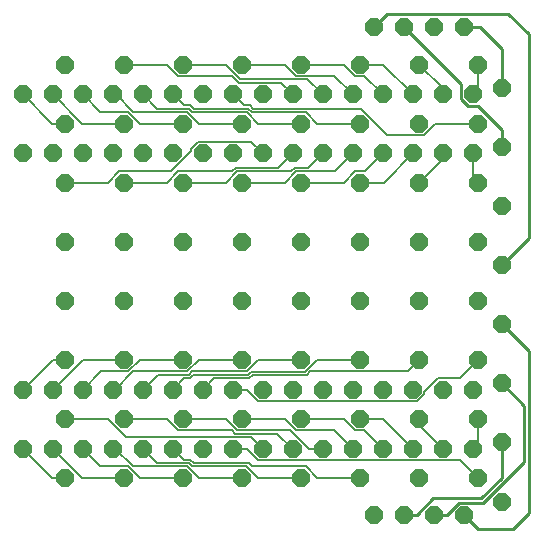
<source format=gbr>
G04 EAGLE Gerber RS-274X export*
G75*
%MOMM*%
%FSLAX34Y34*%
%LPD*%
%INTop Copper*%
%IPPOS*%
%AMOC8*
5,1,8,0,0,1.08239X$1,22.5*%
G01*
%ADD10P,1.649562X8X22.500000*%
%ADD11P,1.649562X8X202.500000*%
%ADD12C,0.152400*%
%ADD13C,0.254000*%


D10*
X50000Y50000D03*
X100000Y50000D03*
X150000Y50000D03*
X200000Y50000D03*
X250000Y50000D03*
X300000Y50000D03*
X350000Y50000D03*
X400000Y50000D03*
X50000Y100000D03*
X100000Y100000D03*
X150000Y100000D03*
X200000Y100000D03*
X250000Y100000D03*
X300000Y100000D03*
X350000Y100000D03*
X400000Y100000D03*
X50000Y150000D03*
X100000Y150000D03*
X150000Y150000D03*
X200000Y150000D03*
X250000Y150000D03*
X300000Y150000D03*
X350000Y150000D03*
X400000Y150000D03*
X50000Y200000D03*
X100000Y200000D03*
X150000Y200000D03*
X200000Y200000D03*
X250000Y200000D03*
X300000Y200000D03*
X350000Y200000D03*
X400000Y200000D03*
X50000Y250000D03*
X100000Y250000D03*
X150000Y250000D03*
X200000Y250000D03*
X250000Y250000D03*
X300000Y250000D03*
X350000Y250000D03*
X400000Y250000D03*
X50000Y300000D03*
X100000Y300000D03*
X150000Y300000D03*
X200000Y300000D03*
X250000Y300000D03*
X300000Y300000D03*
X350000Y300000D03*
X400000Y300000D03*
X50000Y350000D03*
X100000Y350000D03*
X150000Y350000D03*
X200000Y350000D03*
X250000Y350000D03*
X300000Y350000D03*
X350000Y350000D03*
X400000Y350000D03*
X50000Y400000D03*
X100000Y400000D03*
X150000Y400000D03*
X200000Y400000D03*
X250000Y400000D03*
X300000Y400000D03*
X350000Y400000D03*
X400000Y400000D03*
D11*
X420000Y30000D03*
X420000Y80000D03*
X420000Y130000D03*
X420000Y180000D03*
X420000Y230000D03*
X420000Y330000D03*
X420000Y280000D03*
X420000Y380000D03*
D10*
X14500Y74700D03*
X39900Y74700D03*
X65300Y74700D03*
X90700Y74700D03*
X116100Y74700D03*
X141500Y74700D03*
X166900Y74700D03*
X192300Y74700D03*
X217700Y74700D03*
X243100Y74700D03*
X268500Y74700D03*
X293900Y74700D03*
X319300Y74700D03*
X344700Y74700D03*
X370100Y74700D03*
X395500Y74700D03*
X14500Y124700D03*
X39900Y124700D03*
X65300Y124700D03*
X90700Y124700D03*
X116100Y124700D03*
X141500Y124700D03*
X166900Y124700D03*
X192300Y124700D03*
X217700Y124700D03*
X243100Y124700D03*
X268500Y124700D03*
X293900Y124700D03*
X319300Y124700D03*
X344700Y124700D03*
X370100Y124700D03*
X395500Y124700D03*
X14500Y324700D03*
X39900Y324700D03*
X65300Y324700D03*
X90700Y324700D03*
X116100Y324700D03*
X141500Y324700D03*
X166900Y324700D03*
X192300Y324700D03*
X217700Y324700D03*
X243100Y324700D03*
X268500Y324700D03*
X293900Y324700D03*
X319300Y324700D03*
X344700Y324700D03*
X370100Y324700D03*
X395500Y324700D03*
X14500Y374700D03*
X39900Y374700D03*
X65300Y374700D03*
X90700Y374700D03*
X116100Y374700D03*
X141500Y374700D03*
X166900Y374700D03*
X192300Y374700D03*
X217700Y374700D03*
X243100Y374700D03*
X268500Y374700D03*
X293900Y374700D03*
X319300Y374700D03*
X344700Y374700D03*
X370100Y374700D03*
X395500Y374700D03*
X311900Y18700D03*
X337300Y18700D03*
X362700Y18700D03*
X388100Y18700D03*
X311900Y431700D03*
X337300Y431700D03*
X362700Y431700D03*
X388100Y431700D03*
D12*
X50000Y50000D02*
X39200Y50000D01*
X14500Y74700D01*
X64600Y50000D02*
X100000Y50000D01*
X64600Y50000D02*
X39900Y74700D01*
X113650Y50000D02*
X150000Y50000D01*
X113650Y50000D02*
X103998Y59652D01*
X80348Y59652D02*
X65300Y74700D01*
X80348Y59652D02*
X103998Y59652D01*
X163650Y50000D02*
X200000Y50000D01*
X163650Y50000D02*
X153998Y59652D01*
X108048Y59652D01*
X93000Y74700D02*
X90700Y74700D01*
X93000Y74700D02*
X108048Y59652D01*
X207640Y84760D02*
X217700Y74700D01*
X86350Y100000D02*
X50000Y100000D01*
X86350Y100000D02*
X101590Y84760D01*
X207640Y84760D01*
X50000Y150000D02*
X39800Y150000D01*
X14500Y124700D01*
X157248Y328698D02*
X162902Y334352D01*
X86350Y300000D02*
X50000Y300000D01*
X86350Y300000D02*
X96002Y309652D01*
X140102Y309652D02*
X157248Y326798D01*
X157248Y328698D01*
X140102Y309652D02*
X96002Y309652D01*
X208048Y334352D02*
X217700Y324700D01*
X208048Y334352D02*
X162902Y334352D01*
X50000Y350000D02*
X39200Y350000D01*
X14500Y374700D01*
X100000Y100000D02*
X136350Y100000D01*
X146002Y90348D01*
X191452Y90348D01*
X230246Y87554D02*
X243100Y74700D01*
X194246Y87554D02*
X191452Y90348D01*
X194246Y87554D02*
X230246Y87554D01*
X100000Y150000D02*
X65200Y150000D01*
X39900Y124700D01*
X100000Y300000D02*
X136350Y300000D01*
X146002Y309652D01*
X192051Y309652D02*
X194845Y312446D01*
X230846Y312446D02*
X243100Y324700D01*
X230846Y312446D02*
X194845Y312446D01*
X192051Y309652D02*
X146002Y309652D01*
X100000Y350000D02*
X64600Y350000D01*
X39900Y374700D01*
X233100Y384700D02*
X243100Y374700D01*
X233100Y384700D02*
X197400Y384700D01*
X192140Y389960D01*
X136350Y400000D02*
X100000Y400000D01*
X136350Y400000D02*
X146390Y389960D01*
X192140Y389960D01*
X186350Y100000D02*
X150000Y100000D01*
X186350Y100000D02*
X196002Y90348D01*
X241102Y90348D01*
X256750Y74700D02*
X268500Y74700D01*
X256750Y74700D02*
X241102Y90348D01*
X150000Y150000D02*
X113650Y150000D01*
X103998Y140348D01*
X80948Y140348D02*
X65300Y124700D01*
X80948Y140348D02*
X103998Y140348D01*
X150000Y300000D02*
X186350Y300000D01*
X196002Y309652D01*
X242051Y309652D02*
X244845Y312446D01*
X256246Y312446D02*
X268500Y324700D01*
X242051Y309652D02*
X196002Y309652D01*
X244845Y312446D02*
X256246Y312446D01*
X150000Y350000D02*
X113650Y350000D01*
X103998Y359652D01*
X80348Y359652D02*
X65300Y374700D01*
X80348Y359652D02*
X103998Y359652D01*
X255646Y387554D02*
X268500Y374700D01*
X186350Y400000D02*
X150000Y400000D01*
X186350Y400000D02*
X198796Y387554D01*
X255646Y387554D01*
X253998Y90348D02*
X246002Y90348D01*
X236350Y100000D02*
X200000Y100000D01*
X236350Y100000D02*
X246002Y90348D01*
X253998Y90348D02*
X254150Y90500D01*
X278100Y90500D02*
X293900Y74700D01*
X278100Y90500D02*
X254150Y90500D01*
X108054Y140254D02*
X92500Y124700D01*
X90700Y124700D01*
X163650Y150000D02*
X200000Y150000D01*
X163650Y150000D02*
X153904Y140254D01*
X108054Y140254D01*
X200000Y300000D02*
X236350Y300000D01*
X246002Y309652D01*
X278852Y309652D02*
X293900Y324700D01*
X278852Y309652D02*
X246002Y309652D01*
X108154Y359746D02*
X93200Y374700D01*
X90700Y374700D01*
X163650Y350000D02*
X200000Y350000D01*
X163650Y350000D02*
X153904Y359746D01*
X108154Y359746D01*
X200000Y400000D02*
X236350Y400000D01*
X246002Y390348D01*
X278252Y390348D02*
X293900Y374700D01*
X278252Y390348D02*
X246002Y390348D01*
X250000Y50000D02*
X213650Y50000D01*
X203998Y59652D01*
X158148Y59652D01*
X128354Y62446D02*
X116100Y74700D01*
X155354Y62446D02*
X158148Y59652D01*
X155354Y62446D02*
X128354Y62446D01*
X296002Y90348D02*
X303652Y90348D01*
X319300Y74700D01*
X286350Y100000D02*
X250000Y100000D01*
X286350Y100000D02*
X296002Y90348D01*
X128660Y137260D02*
X116100Y124700D01*
X214000Y150000D02*
X250000Y150000D01*
X214000Y150000D02*
X204200Y140200D01*
X158050Y140200D01*
X155110Y137260D01*
X128660Y137260D01*
X250000Y300000D02*
X286350Y300000D01*
X296002Y309652D01*
X304252Y309652D02*
X319300Y324700D01*
X304252Y309652D02*
X296002Y309652D01*
X158160Y359740D02*
X155300Y362600D01*
X128200Y362600D01*
X116100Y374700D01*
X213750Y350000D02*
X250000Y350000D01*
X213750Y350000D02*
X204010Y359740D01*
X158160Y359740D01*
X296002Y390348D02*
X303652Y390348D01*
X319300Y374700D01*
X286350Y400000D02*
X250000Y400000D01*
X286350Y400000D02*
X296002Y390348D01*
X156511Y65240D02*
X159305Y62446D01*
X150960Y65240D02*
X141500Y74700D01*
X150960Y65240D02*
X156511Y65240D01*
X263700Y50000D02*
X300000Y50000D01*
X263700Y50000D02*
X254000Y59700D01*
X208550Y59700D01*
X205804Y62446D01*
X159305Y62446D01*
X300000Y100000D02*
X319400Y100000D01*
X344700Y74700D01*
X300000Y150000D02*
X263800Y150000D01*
X253800Y140000D01*
X208000Y140000D01*
X205306Y137306D01*
X159107Y137306D02*
X156267Y134466D01*
X151266Y134466D02*
X141500Y124700D01*
X151266Y134466D02*
X156267Y134466D01*
X159107Y137306D02*
X205306Y137306D01*
X300000Y300000D02*
X320000Y300000D01*
X344700Y324700D01*
X159317Y362534D02*
X156457Y365394D01*
X150806Y365394D02*
X141500Y374700D01*
X150806Y365394D02*
X156457Y365394D01*
X263650Y350000D02*
X300000Y350000D01*
X263650Y350000D02*
X253975Y359675D01*
X205400Y362534D02*
X159317Y362534D01*
X208259Y359675D02*
X253975Y359675D01*
X208259Y359675D02*
X205400Y362534D01*
X300000Y400000D02*
X319400Y400000D01*
X344700Y374700D01*
X350000Y100000D02*
X350000Y94800D01*
X370100Y74700D01*
X340348Y140348D02*
X350000Y150000D01*
X258099Y140348D02*
X254957Y137206D01*
X209157Y137206D02*
X206463Y134512D01*
X176712Y134512D02*
X166900Y124700D01*
X258099Y140348D02*
X340348Y140348D01*
X254957Y137206D02*
X209157Y137206D01*
X206463Y134512D02*
X176712Y134512D01*
X350000Y300000D02*
X370100Y320100D01*
X370100Y324700D01*
X370100Y379900D02*
X350000Y400000D01*
X370100Y379900D02*
X370100Y374700D01*
X384952Y65048D02*
X400000Y50000D01*
X204050Y74700D02*
X192300Y74700D01*
X204050Y74700D02*
X213702Y65048D01*
X384952Y65048D01*
X400000Y79200D02*
X400000Y100000D01*
X400000Y79200D02*
X395500Y74700D01*
X354352Y120702D02*
X348698Y115048D01*
X384352Y134352D02*
X400000Y150000D01*
X354352Y122602D02*
X354352Y120702D01*
X204050Y124700D02*
X192300Y124700D01*
X366102Y134352D02*
X384352Y134352D01*
X366102Y134352D02*
X354352Y122602D01*
X213702Y115048D02*
X204050Y124700D01*
X213702Y115048D02*
X348698Y115048D01*
X400000Y300000D02*
X395500Y304500D01*
X395500Y324700D01*
X209416Y362469D02*
X206557Y365328D01*
X201672Y365328D02*
X192300Y374700D01*
X201672Y365328D02*
X206557Y365328D01*
X363650Y350000D02*
X400000Y350000D01*
X363650Y350000D02*
X353998Y340348D01*
X323302Y340348D01*
X301181Y362469D01*
X209416Y362469D01*
X400000Y379200D02*
X400000Y400000D01*
X400000Y379200D02*
X395500Y374700D01*
D13*
X420000Y80000D02*
X420000Y49757D01*
X348332Y18700D02*
X337300Y18700D01*
X362302Y32670D02*
X402913Y32670D01*
X362302Y32670D02*
X348332Y18700D01*
X402913Y32670D02*
X420000Y49757D01*
X439078Y110922D02*
X420000Y130000D01*
X373732Y18700D02*
X362700Y18700D01*
X383892Y28860D02*
X404492Y28860D01*
X383892Y28860D02*
X373732Y18700D01*
X439078Y63446D02*
X439078Y110922D01*
X439078Y63446D02*
X404492Y28860D01*
X442888Y157112D02*
X420000Y180000D01*
X442888Y20400D02*
X429600Y7112D01*
X399688Y7112D01*
X388100Y18700D01*
X442888Y20400D02*
X442888Y157112D01*
X420000Y230000D02*
X442888Y252888D01*
X442888Y425512D02*
X425512Y442888D01*
X323088Y442888D01*
X311900Y431700D01*
X442888Y425512D02*
X442888Y252888D01*
X391292Y364540D02*
X385340Y370492D01*
X385340Y383660D02*
X337300Y431700D01*
X385340Y383660D02*
X385340Y370492D01*
X420000Y344368D02*
X420000Y330000D01*
X420000Y344368D02*
X399828Y364540D01*
X391292Y364540D01*
X420000Y380000D02*
X420000Y413000D01*
X401300Y431700D01*
X388100Y431700D01*
M02*

</source>
